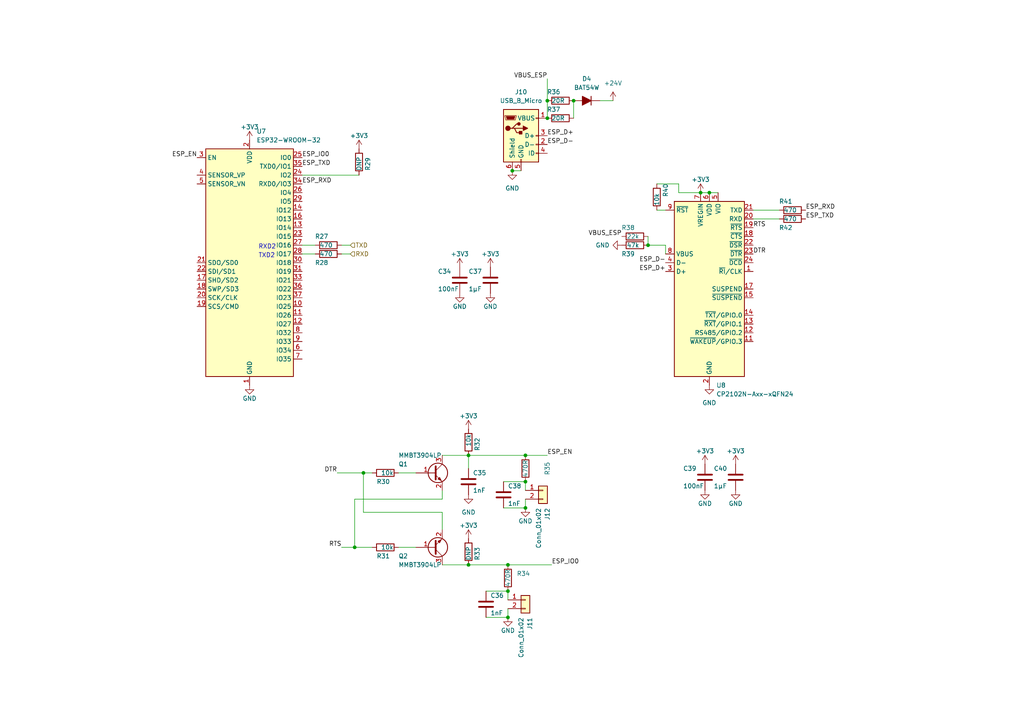
<source format=kicad_sch>
(kicad_sch (version 20211123) (generator eeschema)
  (paper "A4")
  (lib_symbols
    (symbol "Connector:USB_B_Micro" (pin_names (offset 1.016))
      (property "Reference" "J" (at -5.08 11.43 0))
      (property "Value" "USB_B_Micro" (at -5.08 8.89 0))
      (symbol "USB_B_Micro_0_1"
        (rectangle (start -5.08 -7.62) (end 5.08 7.62) (stroke (width 0.254)) (fill (type background)))
        (circle (center -3.81 2.159) (radius 0.635) (stroke (width 0.254)) (fill (type outline)))
        (circle (center -0.635 3.429) (radius 0.381) (stroke (width 0.254)) (fill (type outline)))
        (rectangle (start -0.127 -7.62) (end 0.127 -6.858))
        (polyline (pts (xy -1.905 2.159) (xy 0.635 2.159)) (stroke (width 0.254)))
        (polyline (pts (xy -3.175 2.159) (xy -2.54 2.159) (xy -1.27 3.429) (xy -0.635 3.429)) (stroke (width 0.254)))
        (polyline (pts (xy -2.54 2.159) (xy -1.905 2.159) (xy -1.27 0.889) (xy 0 0.889)) (stroke (width 0.254)))
        (polyline (pts (xy 0.635 2.794) (xy 0.635 1.524) (xy 1.905 2.159) (xy 0.635 2.794)) (stroke (width 0.254)) (fill (type outline)))
        (polyline (pts (xy -4.318 5.588) (xy -1.778 5.588) (xy -2.032 4.826) (xy -4.064 4.826) (xy -4.318 5.588)) (fill (type outline)))
        (polyline (pts (xy -4.699 5.842) (xy -4.699 5.588) (xy -4.445 4.826) (xy -4.445 4.572) (xy -1.651 4.572) (xy -1.651 4.826) (xy -1.397 5.588) (xy -1.397 5.842) (xy -4.699 5.842)))
        (rectangle (start 0.254 1.27) (end -0.508 0.508) (stroke (width 0.254)) (fill (type outline)))
        (rectangle (start 5.08 -5.207) (end 4.318 -4.953))
        (rectangle (start 5.08 -2.667) (end 4.318 -2.413))
        (rectangle (start 5.08 -0.127) (end 4.318 0.127))
        (rectangle (start 5.08 4.953) (end 4.318 5.207))
      )
      (symbol "USB_B_Micro_1_1"
        (pin power_out line (at 7.62 5.08 180) (length 2.54) (name "VBUS") (number "1"))
        (pin bidirectional line (at 7.62 -2.54 180) (length 2.54) (name "D-") (number "2"))
        (pin bidirectional line (at 7.62 0 180) (length 2.54) (name "D+") (number "3"))
        (pin passive line (at 7.62 -5.08 180) (length 2.54) (name "ID") (number "4"))
        (pin power_out line (at 0 -10.16 90) (length 2.54) (name "GND") (number "5"))
        (pin passive line (at -2.54 -10.16 90) (length 2.54) (name "Shield") (number "6"))
      )
    )
    (symbol "Connector_Generic:Conn_01x02" (pin_names (offset 1.016) hide)
      (property "Reference" "J" (at 0 2.54 0))
      (property "Value" "Conn_01x02" (at 0 -5.08 0))
      (symbol "Conn_01x02_1_1"
        (rectangle (start -1.27 -2.413) (end 0 -2.667) (stroke (width 0.1524)))
        (rectangle (start -1.27 0.127) (end 0 -0.127) (stroke (width 0.1524)))
        (rectangle (start -1.27 1.27) (end 1.27 -3.81) (stroke (width 0.254)) (fill (type background)))
        (pin passive line (at -5.08 0 0) (length 3.81) (name "Pin_1") (number "1"))
        (pin passive line (at -5.08 -2.54 0) (length 3.81) (name "Pin_2") (number "2"))
      )
    )
    (symbol "Device:C" (pin_numbers hide) (pin_names (offset 0.254))
      (property "Reference" "C" (at 0.635 2.54 0))
      (property "Value" "C" (at 0.635 -2.54 0))
      (symbol "C_0_1"
        (polyline (pts (xy -2.032 -0.762) (xy 2.032 -0.762)) (stroke (width 0.508)))
        (polyline (pts (xy -2.032 0.762) (xy 2.032 0.762)) (stroke (width 0.508)))
      )
      (symbol "C_1_1"
        (pin passive line (at 0 3.81 270) (length 2.794) (name "~") (number "1"))
        (pin passive line (at 0 -3.81 90) (length 2.794) (name "~") (number "2"))
      )
    )
    (symbol "Device:D_Filled" (pin_numbers hide) (pin_names (offset 1.016) hide)
      (property "Reference" "D" (at 0 2.54 0))
      (property "Value" "D_Filled" (at 0 -2.54 0))
      (symbol "D_Filled_0_1"
        (polyline (pts (xy -1.27 1.27) (xy -1.27 -1.27)) (stroke (width 0.254)))
        (polyline (pts (xy 1.27 0) (xy -1.27 0)))
        (polyline (pts (xy 1.27 1.27) (xy 1.27 -1.27) (xy -1.27 0) (xy 1.27 1.27)) (stroke (width 0.254)) (fill (type outline)))
      )
      (symbol "D_Filled_1_1"
        (pin passive line (at -3.81 0 0) (length 2.54) (name "K") (number "1"))
        (pin passive line (at 3.81 0 180) (length 2.54) (name "A") (number "2"))
      )
    )
    (symbol "Device:Q_NPN_BEC" (pin_names (offset 0) hide)
      (property "Reference" "Q" (at 5.08 1.27 0))
      (property "Value" "Q_NPN_BEC" (at 5.08 -1.27 0))
      (symbol "Q_NPN_BEC_0_1"
        (polyline (pts (xy 0.635 0.635) (xy 2.54 2.54)))
        (polyline (pts (xy 0.635 -0.635) (xy 2.54 -2.54) (xy 2.54 -2.54)))
        (polyline (pts (xy 0.635 1.905) (xy 0.635 -1.905) (xy 0.635 -1.905)) (stroke (width 0.508)))
        (polyline (pts (xy 1.27 -1.778) (xy 1.778 -1.27) (xy 2.286 -2.286) (xy 1.27 -1.778) (xy 1.27 -1.778)) (fill (type outline)))
        (circle (center 1.27 0) (radius 2.8194) (stroke (width 0.254)))
      )
      (symbol "Q_NPN_BEC_1_1"
        (pin input line (at -5.08 0 0) (length 5.715) (name "B") (number "1"))
        (pin passive line (at 2.54 -5.08 90) (length 2.54) (name "E") (number "2"))
        (pin passive line (at 2.54 5.08 270) (length 2.54) (name "C") (number "3"))
      )
    )
    (symbol "Device:R" (pin_numbers hide) (pin_names (offset 0))
      (property "Reference" "R" (at 2.032 0 90))
      (property "Value" "R" (at 0 0 90))
      (symbol "R_0_1"
        (rectangle (start -1.016 -2.54) (end 1.016 2.54) (stroke (width 0.254)))
      )
      (symbol "R_1_1"
        (pin passive line (at 0 3.81 270) (length 1.27) (name "~") (number "1"))
        (pin passive line (at 0 -3.81 90) (length 1.27) (name "~") (number "2"))
      )
    )
    (symbol "Interface_USB:CP2102N-Axx-xQFN24"
      (property "Reference" "U" (at -8.89 26.67 0))
      (property "Value" "CP2102N-Axx-xQFN24" (at 13.97 26.67 0))
      (symbol "CP2102N-Axx-xQFN24_0_1"
        (rectangle (start -10.16 25.4) (end 10.16 -25.4) (stroke (width 0.254)) (fill (type background)))
      )
      (symbol "CP2102N-Axx-xQFN24_1_1"
        (pin bidirectional line (at 12.7 5.08 180) (length 2.54) (name "~{RI}/CLK") (number "1"))
        (pin no_connect line (at -10.16 -22.86 0) (length 2.54) hide (name "NC") (number "10"))
        (pin bidirectional line (at 12.7 -15.24 180) (length 2.54) (name "~{WAKEUP}/GPIO.3") (number "11"))
        (pin bidirectional line (at 12.7 -12.7 180) (length 2.54) (name "RS485/GPIO.2") (number "12"))
        (pin bidirectional line (at 12.7 -10.16 180) (length 2.54) (name "~{RXT}/GPIO.1") (number "13"))
        (pin bidirectional line (at 12.7 -7.62 180) (length 2.54) (name "~{TXT}/GPIO.0") (number "14"))
        (pin output line (at 12.7 -2.54 180) (length 2.54) (name "~{SUSPEND}") (number "15"))
        (pin no_connect line (at 10.16 -22.86 180) (length 2.54) hide (name "NC") (number "16"))
        (pin output line (at 12.7 0 180) (length 2.54) (name "SUSPEND") (number "17"))
        (pin input line (at 12.7 15.24 180) (length 2.54) (name "~{CTS}") (number "18"))
        (pin output line (at 12.7 17.78 180) (length 2.54) (name "~{RTS}") (number "19"))
        (pin power_in line (at 0 -27.94 90) (length 2.54) (name "GND") (number "2"))
        (pin input line (at 12.7 20.32 180) (length 2.54) (name "RXD") (number "20"))
        (pin output line (at 12.7 22.86 180) (length 2.54) (name "TXD") (number "21"))
        (pin input line (at 12.7 12.7 180) (length 2.54) (name "~{DSR}") (number "22"))
        (pin output line (at 12.7 10.16 180) (length 2.54) (name "~{DTR}") (number "23"))
        (pin input line (at 12.7 7.62 180) (length 2.54) (name "~{DCD}") (number "24"))
        (pin passive line (at 0 -27.94 90) (length 2.54) hide (name "GND") (number "25"))
        (pin bidirectional line (at -12.7 5.08 0) (length 2.54) (name "D+") (number "3"))
        (pin bidirectional line (at -12.7 7.62 0) (length 2.54) (name "D-") (number "4"))
        (pin power_in line (at 2.54 27.94 270) (length 2.54) (name "VIO") (number "5"))
        (pin power_in line (at 0 27.94 270) (length 2.54) (name "VDD") (number "6"))
        (pin power_in line (at -2.54 27.94 270) (length 2.54) (name "VREGIN") (number "7"))
        (pin input line (at -12.7 10.16 0) (length 2.54) (name "VBUS") (number "8"))
        (pin input line (at -12.7 22.86 0) (length 2.54) (name "~{RST}") (number "9"))
      )
    )
    (symbol "RF_Module:ESP32-WROOM-32"
      (property "Reference" "U" (at -12.7 34.29 0))
      (property "Value" "ESP32-WROOM-32" (at 1.27 34.29 0))
      (symbol "ESP32-WROOM-32_0_1"
        (rectangle (start -12.7 33.02) (end 12.7 -33.02) (stroke (width 0.254)) (fill (type background)))
      )
      (symbol "ESP32-WROOM-32_1_1"
        (pin power_in line (at 0 -35.56 90) (length 2.54) (name "GND") (number "1"))
        (pin bidirectional line (at 15.24 -12.7 180) (length 2.54) (name "IO25") (number "10"))
        (pin bidirectional line (at 15.24 -15.24 180) (length 2.54) (name "IO26") (number "11"))
        (pin bidirectional line (at 15.24 -17.78 180) (length 2.54) (name "IO27") (number "12"))
        (pin bidirectional line (at 15.24 10.16 180) (length 2.54) (name "IO14") (number "13"))
        (pin bidirectional line (at 15.24 15.24 180) (length 2.54) (name "IO12") (number "14"))
        (pin passive line (at 0 -35.56 90) (length 2.54) hide (name "GND") (number "15"))
        (pin bidirectional line (at 15.24 12.7 180) (length 2.54) (name "IO13") (number "16"))
        (pin bidirectional line (at -15.24 -5.08 0) (length 2.54) (name "SHD/SD2") (number "17"))
        (pin bidirectional line (at -15.24 -7.62 0) (length 2.54) (name "SWP/SD3") (number "18"))
        (pin bidirectional line (at -15.24 -12.7 0) (length 2.54) (name "SCS/CMD") (number "19"))
        (pin power_in line (at 0 35.56 270) (length 2.54) (name "VDD") (number "2"))
        (pin bidirectional line (at -15.24 -10.16 0) (length 2.54) (name "SCK/CLK") (number "20"))
        (pin bidirectional line (at -15.24 0 0) (length 2.54) (name "SDO/SD0") (number "21"))
        (pin bidirectional line (at -15.24 -2.54 0) (length 2.54) (name "SDI/SD1") (number "22"))
        (pin bidirectional line (at 15.24 7.62 180) (length 2.54) (name "IO15") (number "23"))
        (pin bidirectional line (at 15.24 25.4 180) (length 2.54) (name "IO2") (number "24"))
        (pin bidirectional line (at 15.24 30.48 180) (length 2.54) (name "IO0") (number "25"))
        (pin bidirectional line (at 15.24 20.32 180) (length 2.54) (name "IO4") (number "26"))
        (pin bidirectional line (at 15.24 5.08 180) (length 2.54) (name "IO16") (number "27"))
        (pin bidirectional line (at 15.24 2.54 180) (length 2.54) (name "IO17") (number "28"))
        (pin bidirectional line (at 15.24 17.78 180) (length 2.54) (name "IO5") (number "29"))
        (pin input line (at -15.24 30.48 0) (length 2.54) (name "EN") (number "3"))
        (pin bidirectional line (at 15.24 0 180) (length 2.54) (name "IO18") (number "30"))
        (pin bidirectional line (at 15.24 -2.54 180) (length 2.54) (name "IO19") (number "31"))
        (pin no_connect line (at -12.7 -27.94 0) (length 2.54) hide (name "NC") (number "32"))
        (pin bidirectional line (at 15.24 -5.08 180) (length 2.54) (name "IO21") (number "33"))
        (pin bidirectional line (at 15.24 22.86 180) (length 2.54) (name "RXD0/IO3") (number "34"))
        (pin bidirectional line (at 15.24 27.94 180) (length 2.54) (name "TXD0/IO1") (number "35"))
        (pin bidirectional line (at 15.24 -7.62 180) (length 2.54) (name "IO22") (number "36"))
        (pin bidirectional line (at 15.24 -10.16 180) (length 2.54) (name "IO23") (number "37"))
        (pin passive line (at 0 -35.56 90) (length 2.54) hide (name "GND") (number "38"))
        (pin passive line (at 0 -35.56 90) (length 2.54) hide (name "GND") (number "39"))
        (pin input line (at -15.24 25.4 0) (length 2.54) (name "SENSOR_VP") (number "4"))
        (pin input line (at -15.24 22.86 0) (length 2.54) (name "SENSOR_VN") (number "5"))
        (pin input line (at 15.24 -25.4 180) (length 2.54) (name "IO34") (number "6"))
        (pin input line (at 15.24 -27.94 180) (length 2.54) (name "IO35") (number "7"))
        (pin bidirectional line (at 15.24 -20.32 180) (length 2.54) (name "IO32") (number "8"))
        (pin bidirectional line (at 15.24 -22.86 180) (length 2.54) (name "IO33") (number "9"))
      )
    )
    (symbol "power:+24V" (power) (pin_names (offset 0))
      (property "Value" "+24V" (at 0 3.556 0))
      (symbol "+24V_0_1"
        (polyline (pts (xy -0.762 1.27) (xy 0 2.54)))
        (polyline (pts (xy 0 0) (xy 0 2.54)))
        (polyline (pts (xy 0 2.54) (xy 0.762 1.27)))
      )
      (symbol "+24V_1_1"
        (pin power_in line (at 0 0 90) (length 0) hide (name "+24V") (number "1"))
      )
    )
    (symbol "power:+3V3" (power) (pin_names (offset 0))
      (property "Value" "+3V3" (at 0 3.556 0))
      (symbol "+3V3_0_1"
        (polyline (pts (xy -0.762 1.27) (xy 0 2.54)))
        (polyline (pts (xy 0 0) (xy 0 2.54)))
        (polyline (pts (xy 0 2.54) (xy 0.762 1.27)))
      )
      (symbol "+3V3_1_1"
        (pin power_in line (at 0 0 90) (length 0) hide (name "+3V3") (number "1"))
      )
    )
    (symbol "power:GND" (power) (pin_names (offset 0))
      (property "Value" "GND" (at 0 -3.81 0))
      (symbol "GND_0_1"
        (polyline (pts (xy 0 0) (xy 0 -1.27) (xy 1.27 -1.27) (xy 0 -2.54) (xy -1.27 -1.27) (xy 0 -1.27)))
      )
      (symbol "GND_1_1"
        (pin power_in line (at 0 0 270) (length 0) hide (name "GND") (number "1"))
      )
    )
  )
  (junction (at 203.2 55.88))
  (junction (at 147.32 171.45))
  (junction (at 166.37 29.21))
  (junction (at 152.4 132.08))
  (junction (at 152.4 139.7))
  (junction (at 147.32 163.83))
  (junction (at 135.89 163.83))
  (junction (at 105.41 137.16))
  (junction (at 152.4 147.32))
  (junction (at 205.74 55.88))
  (junction (at 102.87 158.75))
  (junction (at 158.75 29.21))
  (junction (at 147.32 179.07))
  (junction (at 148.59 49.53))
  (junction (at 187.96 71.12))
  (junction (at 158.75 34.29))
  (junction (at 135.89 132.08))
  (wire (pts (xy 158.75 34.29) (xy 158.75 29.21)))
  (wire (pts (xy 147.32 163.83) (xy 160.02 163.83)))
  (wire (pts (xy 135.89 132.08) (xy 152.4 132.08)))
  (wire (pts (xy 128.27 163.83) (xy 135.89 163.83)))
  (wire (pts (xy 102.87 144.78) (xy 102.87 158.75)))
  (wire (pts (xy 115.57 158.75) (xy 120.65 158.75)))
  (wire (pts (xy 158.75 22.86) (xy 158.75 29.21)))
  (wire (pts (xy 99.06 158.75) (xy 102.87 158.75)))
  (wire (pts (xy 196.85 55.88) (xy 203.2 55.88)))
  (wire (pts (xy 105.41 148.59) (xy 105.41 137.16)))
  (wire (pts (xy 135.89 132.08) (xy 135.89 135.89)))
  (wire (pts (xy 87.63 71.12) (xy 91.44 71.12)))
  (wire (pts (xy 97.79 137.16) (xy 105.41 137.16)))
  (wire (pts (xy 190.5 53.34) (xy 196.85 53.34)))
  (wire (pts (xy 146.05 139.7) (xy 152.4 139.7)))
  (wire (pts (xy 203.2 55.88) (xy 205.74 55.88)))
  (wire (pts (xy 193.04 73.66) (xy 193.04 71.12)))
  (wire (pts (xy 115.57 137.16) (xy 120.65 137.16)))
  (wire (pts (xy 128.27 148.59) (xy 105.41 148.59)))
  (wire (pts (xy 128.27 142.24) (xy 128.27 144.78)))
  (wire (pts (xy 101.6 71.12) (xy 99.06 71.12)))
  (wire (pts (xy 128.27 153.67) (xy 128.27 148.59)))
  (wire (pts (xy 102.87 158.75) (xy 107.95 158.75)))
  (wire (pts (xy 205.74 55.88) (xy 208.28 55.88)))
  (wire (pts (xy 173.99 29.21) (xy 177.8 29.21)))
  (wire (pts (xy 101.6 73.66) (xy 99.06 73.66)))
  (wire (pts (xy 128.27 144.78) (xy 102.87 144.78)))
  (wire (pts (xy 218.44 60.96) (xy 226.06 60.96)))
  (wire (pts (xy 187.96 68.58) (xy 187.96 71.12)))
  (wire (pts (xy 152.4 139.7) (xy 152.4 142.24)))
  (wire (pts (xy 193.04 71.12) (xy 187.96 71.12)))
  (wire (pts (xy 166.37 29.21) (xy 166.37 34.29)))
  (wire (pts (xy 128.27 132.08) (xy 135.89 132.08)))
  (wire (pts (xy 152.4 144.78) (xy 152.4 147.32)))
  (wire (pts (xy 218.44 63.5) (xy 226.06 63.5)))
  (wire (pts (xy 146.05 147.32) (xy 152.4 147.32)))
  (wire (pts (xy 147.32 176.53) (xy 147.32 179.07)))
  (wire (pts (xy 87.63 73.66) (xy 91.44 73.66)))
  (wire (pts (xy 190.5 60.96) (xy 193.04 60.96)))
  (wire (pts (xy 148.59 49.53) (xy 151.13 49.53)))
  (wire (pts (xy 87.63 50.8) (xy 104.14 50.8)))
  (wire (pts (xy 147.32 171.45) (xy 147.32 173.99)))
  (wire (pts (xy 152.4 132.08) (xy 158.75 132.08)))
  (wire (pts (xy 140.97 171.45) (xy 147.32 171.45)))
  (wire (pts (xy 140.97 179.07) (xy 147.32 179.07)))
  (wire (pts (xy 196.85 53.34) (xy 196.85 55.88)))
  (wire (pts (xy 135.89 163.83) (xy 147.32 163.83)))
  (wire (pts (xy 105.41 137.16) (xy 107.95 137.16)))
  (text "TXD2" (at 74.93 74.93 0) (effects (font (size 1.27 1.27)) (justify left bottom)))
  (text "RXD2" (at 74.93 72.39 0) (effects (font (size 1.27 1.27)) (justify left bottom)))
  (label "DTR" (at 97.79 137.16 180))
  (label "VBUS_ESP" (at 180.34 68.58 180))
  (label "ESP_D+" (at 158.75 39.37 0))
  (label "ESP_D-" (at 193.04 76.2 180))
  (label "ESP_IO0" (at 160.02 163.83 0))
  (label "ESP_TXD" (at 233.68 63.5 0))
  (label "DTR" (at 218.44 73.66 0))
  (label "ESP_RXD" (at 233.68 60.96 0))
  (label "ESP_EN" (at 57.15 45.72 180))
  (label "ESP_TXD" (at 87.63 48.26 0))
  (label "ESP_D+" (at 193.04 78.74 180))
  (label "RTS" (at 218.44 66.04 0))
  (label "ESP_D-" (at 158.75 41.91 0))
  (label "ESP_IO0" (at 87.63 45.72 0))
  (label "ESP_RXD" (at 87.63 53.34 0))
  (label "RTS" (at 99.06 158.75 180))
  (label "ESP_EN" (at 158.75 132.08 0))
  (label "VBUS_ESP" (at 158.75 22.86 180))
  (hierarchical_label "RXD" (shape input) (at 101.6 73.66 0))
  (hierarchical_label "TXD" (shape input) (at 101.6 71.12 0))
  (symbol (lib_id "power:GND") (at 142.24 85.09 0) (unit 1)
    (property "Reference" "#PWR0102" (effects hide))
    (property "Value" "GND" (at 142.24 88.9 0))
  )
  (symbol (lib_id "Device:C") (at 135.89 139.7 0) (unit 1)
    (property "Reference" "C35" (at 137.16 137.16 0) (effects (justify left)))
    (property "Value" "1nF" (at 137.16 142.24 0) (effects (justify left)))
    (property "Footprint" "Capacitor_SMD:C_0603_1608Metric" (effects hide))
  )
  (symbol (lib_id "power:GND") (at 133.35 85.09 0) (unit 1)
    (property "Reference" "#PWR097" (effects hide))
    (property "Value" "GND" (at 133.35 88.9 0))
  )
  (symbol (lib_id "Device:Q_NPN_BEC") (at 125.73 158.75 0) (mirror x) (unit 1)
    (property "Reference" "Q2" (at 115.57 161.29 0) (effects (justify left)))
    (property "Value" "MMBT3904LP" (at 115.57 163.83 0) (effects (justify left)))
    (property "Footprint" "Package_DFN_QFN:Diodes_DFN1006-3" (effects hide))
  )
  (symbol (lib_id "power:+3V3") (at 142.24 77.47 0) (unit 1)
    (property "Reference" "#PWR0101" (effects hide))
    (property "Value" "+3V3" (at 142.24 73.66 0))
  )
  (symbol (lib_id "Device:R") (at 229.87 60.96 270) (unit 1)
    (property "Reference" "R41" (at 229.87 58.42 90) (effects (justify right)))
    (property "Value" "470" (at 231.14 60.96 90) (effects (justify right)))
    (property "Footprint" "Resistor_SMD:R_0603_1608Metric" (effects hide))
  )
  (symbol (lib_id "power:GND") (at 147.32 179.07 0) (unit 1)
    (property "Reference" "#PWR0103" (effects hide))
    (property "Value" "GND" (at 147.32 182.88 0))
  )
  (symbol (lib_id "Connector:USB_B_Micro") (at 151.13 39.37 0) (unit 1)
    (property "Reference" "J10" (at 151.13 26.67 0))
    (property "Value" "USB_B_Micro" (at 151.13 29.21 0))
    (property "Footprint" "Connector_USB:USB_Micro-B_GCT_USB3076-30-A" (effects hide))
    (property "HTN" "USB3076-30, USB3075-30" (effects hide))
  )
  (symbol (lib_id "power:GND") (at 152.4 147.32 0) (unit 1)
    (property "Reference" "#PWR0105" (effects hide))
    (property "Value" "GND" (at 152.4 151.13 0))
  )
  (symbol (lib_id "power:GND") (at 72.39 111.76 0) (unit 1)
    (property "Reference" "#PWR094" (effects hide))
    (property "Value" "GND" (at 72.39 115.57 0))
  )
  (symbol (lib_id "power:GND") (at 148.59 49.53 0) (unit 1)
    (property "Reference" "#PWR0104" (effects hide))
    (property "Value" "GND" (at 148.59 54.61 0))
  )
  (symbol (lib_id "Device:R") (at 135.89 128.27 180) (unit 1)
    (property "Reference" "R32" (at 138.43 130.81 90) (effects (justify right)))
    (property "Value" "10k" (at 135.89 129.54 90) (effects (justify right)))
    (property "Footprint" "Resistor_SMD:R_0603_1608Metric" (effects hide))
  )
  (symbol (lib_id "power:+3V3") (at 213.36 134.62 0) (unit 1)
    (property "Reference" "#PWR0112" (effects hide))
    (property "Value" "+3V3" (at 213.36 130.81 0))
  )
  (symbol (lib_id "power:+3V3") (at 135.89 124.46 0) (unit 1)
    (property "Reference" "#PWR098" (effects hide))
    (property "Value" "+3V3" (at 135.89 120.65 0))
  )
  (symbol (lib_id "Device:R") (at 135.89 160.02 180) (unit 1)
    (property "Reference" "R33" (at 138.43 162.56 90) (effects (justify right)))
    (property "Value" "DNP" (at 135.89 162.56 90) (effects (justify right)))
    (property "Footprint" "Resistor_SMD:R_0603_1608Metric" (effects hide))
  )
  (symbol (lib_id "Device:R") (at 184.15 68.58 270) (unit 1)
    (property "Reference" "R38" (at 184.15 66.04 90) (effects (justify right)))
    (property "Value" "22k" (at 185.42 68.58 90) (effects (justify right)))
    (property "Footprint" "Resistor_SMD:R_0603_1608Metric" (effects hide))
  )
  (symbol (lib_id "power:+24V") (at 177.8 29.21 0) (unit 1)
    (property "Reference" "#PWR0106" (effects hide))
    (property "Value" "+24V" (at 177.8 24.13 0))
  )
  (symbol (lib_id "Device:R") (at 95.25 73.66 270) (unit 1)
    (property "Reference" "R28" (at 95.25 76.2 90) (effects (justify right)))
    (property "Value" "470" (at 96.52 73.66 90) (effects (justify right)))
    (property "Footprint" "Resistor_SMD:R_0603_1608Metric" (effects hide))
  )
  (symbol (lib_id "Device:R") (at 147.32 167.64 0) (unit 1)
    (property "Reference" "R34" (at 149.86 166.3699 0) (effects (justify left)))
    (property "Value" "470R" (at 147.32 170.18 90) (effects (justify left)))
    (property "Footprint" "Resistor_SMD:R_0603_1608Metric" (effects hide))
  )
  (symbol (lib_id "Connector_Generic:Conn_01x02") (at 152.4 173.99 0) (unit 1)
    (property "Reference" "J11" (at 153.6701 179.07 90) (effects (justify right)))
    (property "Value" "Conn_01x02" (at 151.1301 179.07 90) (effects (justify right)))
    (property "Footprint" "Connector_PinSocket_2.54mm:PinSocket_1x02_P2.54mm_Vertical" (effects hide))
  )
  (symbol (lib_id "Device:C") (at 142.24 81.28 0) (unit 1)
    (property "Reference" "C37" (at 135.89 78.74 0) (effects (justify left)))
    (property "Value" "1µF" (at 135.89 83.82 0) (effects (justify left)))
    (property "Footprint" "Capacitor_SMD:C_0603_1608Metric" (effects hide))
  )
  (symbol (lib_id "Device:D_Filled") (at 170.18 29.21 180) (unit 1)
    (property "Reference" "D4" (at 170.18 22.86 0))
    (property "Value" "BAT54W" (at 170.18 25.4 0))
    (property "Footprint" "Diode_SMD:D_SOD-323" (effects hide))
  )
  (symbol (lib_id "Device:R") (at 152.4 135.89 0) (unit 1)
    (property "Reference" "R35" (at 158.75 135.89 90))
    (property "Value" "470R" (at 152.4 135.89 90))
    (property "Footprint" "Resistor_SMD:R_0603_1608Metric" (effects hide))
  )
  (symbol (lib_id "Device:Q_NPN_BEC") (at 125.73 137.16 0) (unit 1)
    (property "Reference" "Q1" (at 115.57 134.62 0) (effects (justify left)))
    (property "Value" "MMBT3904LP" (at 115.57 132.08 0) (effects (justify left)))
    (property "Footprint" "Package_DFN_QFN:Diodes_DFN1006-3" (effects hide))
  )
  (symbol (lib_id "Device:R") (at 162.56 34.29 270) (unit 1)
    (property "Reference" "R37" (at 162.56 31.75 90) (effects (justify right)))
    (property "Value" "20R" (at 163.83 34.29 90) (effects (justify right)))
    (property "Footprint" "Resistor_SMD:R_0603_1608Metric" (effects hide))
  )
  (symbol (lib_id "Interface_USB:CP2102N-Axx-xQFN24") (at 205.74 83.82 0) (unit 1)
    (property "Reference" "U8" (at 207.7594 111.76 0) (effects (justify left)))
    (property "Value" "CP2102N-Axx-xQFN24" (at 207.7594 114.3 0) (effects (justify left)))
    (property "Footprint" "Package_DFN_QFN:QFN-24-1EP_4x4mm_P0.5mm_EP2.6x2.6mm" (effects hide))
    (property "Datasheet" "https://www.silabs.com/documents/public/data-sheets/cp2102n-datasheet.pdf" (effects hide))
  )
  (symbol (lib_id "power:GND") (at 180.34 71.12 270) (unit 1)
    (property "Reference" "#PWR0107" (effects hide))
    (property "Value" "GND" (at 172.72 71.12 90) (effects (justify left)))
  )
  (symbol (lib_id "power:+3V3") (at 104.14 43.18 0) (unit 1)
    (property "Reference" "#PWR095" (effects hide))
    (property "Value" "+3V3" (at 104.14 39.37 0))
  )
  (symbol (lib_id "Connector_Generic:Conn_01x02") (at 157.48 142.24 0) (unit 1)
    (property "Reference" "J12" (at 158.7501 147.32 90) (effects (justify right)))
    (property "Value" "Conn_01x02" (at 156.2101 147.32 90) (effects (justify right)))
    (property "Footprint" "Connector_PinSocket_2.54mm:PinSocket_1x02_P2.54mm_Vertical" (effects hide))
  )
  (symbol (lib_id "Device:R") (at 190.5 57.15 180) (unit 1)
    (property "Reference" "R40" (at 193.04 57.15 90) (effects (justify right)))
    (property "Value" "10k" (at 190.5 59.69 90) (effects (justify right)))
    (property "Footprint" "Resistor_SMD:R_0603_1608Metric" (effects hide))
  )
  (symbol (lib_id "power:GND") (at 135.89 143.51 0) (unit 1)
    (property "Reference" "#PWR099" (effects hide))
    (property "Value" "GND" (at 135.89 148.59 0))
  )
  (symbol (lib_id "Device:R") (at 104.14 46.99 180) (unit 1)
    (property "Reference" "R29" (at 106.68 49.53 90) (effects (justify right)))
    (property "Value" "DNP" (at 104.14 49.53 90) (effects (justify right)))
    (property "Footprint" "Resistor_SMD:R_0603_1608Metric" (effects hide))
  )
  (symbol (lib_id "power:+3V3") (at 133.35 77.47 0) (unit 1)
    (property "Reference" "#PWR096" (effects hide))
    (property "Value" "+3V3" (at 133.35 73.66 0))
  )
  (symbol (lib_id "power:GND") (at 205.74 111.76 0) (unit 1)
    (property "Reference" "#PWR0111" (effects hide))
    (property "Value" "GND" (at 205.74 116.84 0))
  )
  (symbol (lib_id "power:+3V3") (at 135.89 156.21 0) (unit 1)
    (property "Reference" "#PWR0100" (effects hide))
    (property "Value" "+3V3" (at 135.89 152.4 0))
  )
  (symbol (lib_id "Device:C") (at 140.97 175.26 0) (unit 1)
    (property "Reference" "C36" (at 142.24 172.72 0) (effects (justify left)))
    (property "Value" "1nF" (at 142.24 177.8 0) (effects (justify left)))
    (property "Footprint" "Capacitor_SMD:C_0603_1608Metric" (effects hide))
  )
  (symbol (lib_id "Device:C") (at 133.35 81.28 0) (unit 1)
    (property "Reference" "C34" (at 127 78.74 0) (effects (justify left)))
    (property "Value" "100nF" (at 127 83.82 0) (effects (justify left)))
    (property "Footprint" "Capacitor_SMD:C_0603_1608Metric" (effects hide))
  )
  (symbol (lib_id "power:+3V3") (at 72.39 40.64 0) (unit 1)
    (property "Reference" "#PWR093" (effects hide))
    (property "Value" "+3V3" (at 72.39 36.83 0))
  )
  (symbol (lib_id "Device:R") (at 95.25 71.12 270) (unit 1)
    (property "Reference" "R27" (at 95.25 68.58 90) (effects (justify right)))
    (property "Value" "470" (at 96.52 71.12 90) (effects (justify right)))
    (property "Footprint" "Resistor_SMD:R_0603_1608Metric" (effects hide))
  )
  (symbol (lib_id "Device:R") (at 229.87 63.5 270) (unit 1)
    (property "Reference" "R42" (at 229.87 66.04 90) (effects (justify right)))
    (property "Value" "470" (at 231.14 63.5 90) (effects (justify right)))
    (property "Footprint" "Resistor_SMD:R_0603_1608Metric" (effects hide))
  )
  (symbol (lib_id "Device:C") (at 213.36 138.43 0) (unit 1)
    (property "Reference" "C40" (at 207.01 135.89 0) (effects (justify left)))
    (property "Value" "1µF" (at 207.01 140.97 0) (effects (justify left)))
    (property "Footprint" "Capacitor_SMD:C_0603_1608Metric" (effects hide))
  )
  (symbol (lib_id "Device:R") (at 184.15 71.12 270) (unit 1)
    (property "Reference" "R39" (at 184.15 73.66 90) (effects (justify right)))
    (property "Value" "47k" (at 185.42 71.12 90) (effects (justify right)))
    (property "Footprint" "Resistor_SMD:R_0603_1608Metric" (effects hide))
  )
  (symbol (lib_id "Device:R") (at 162.56 29.21 270) (unit 1)
    (property "Reference" "R36" (at 162.56 26.67 90) (effects (justify right)))
    (property "Value" "20R" (at 163.83 29.21 90) (effects (justify right)))
    (property "Footprint" "Resistor_SMD:R_0603_1608Metric" (effects hide))
  )
  (symbol (lib_id "Device:R") (at 111.76 137.16 90) (unit 1)
    (property "Reference" "R30" (at 109.22 139.7 90) (effects (justify right)))
    (property "Value" "10k" (at 110.49 137.16 90) (effects (justify right)))
    (property "Footprint" "Resistor_SMD:R_0603_1608Metric" (effects hide))
  )
  (symbol (lib_id "Device:R") (at 111.76 158.75 90) (unit 1)
    (property "Reference" "R31" (at 109.22 161.29 90) (effects (justify right)))
    (property "Value" "10k" (at 110.49 158.75 90) (effects (justify right)))
    (property "Footprint" "Resistor_SMD:R_0603_1608Metric" (effects hide))
  )
  (symbol (lib_id "power:GND") (at 213.36 142.24 0) (unit 1)
    (property "Reference" "#PWR0113" (effects hide))
    (property "Value" "GND" (at 213.36 146.05 0))
  )
  (symbol (lib_id "power:GND") (at 204.47 142.24 0) (unit 1)
    (property "Reference" "#PWR0110" (effects hide))
    (property "Value" "GND" (at 204.47 146.05 0))
  )
  (symbol (lib_id "RF_Module:ESP32-WROOM-32") (at 72.39 76.2 0) (unit 1)
    (property "Reference" "U7" (at 74.4094 38.1 0) (effects (justify left)))
    (property "Value" "ESP32-WROOM-32" (at 74.4094 40.64 0) (effects (justify left)))
    (property "Footprint" "RF_Module:ESP32-WROOM-32" (effects hide))
    (property "Datasheet" "https://www.espressif.com/sites/default/files/documentation/esp32-wroom-32_datasheet_en.pdf" (effects hide))
  )
  (symbol (lib_id "power:+3V3") (at 203.2 55.88 0) (unit 1)
    (property "Reference" "#PWR0108" (effects hide))
    (property "Value" "+3V3" (at 203.2 52.07 0))
  )
  (symbol (lib_id "power:+3V3") (at 204.47 134.62 0) (unit 1)
    (property "Reference" "#PWR0109" (effects hide))
    (property "Value" "+3V3" (at 204.47 130.81 0))
  )
  (symbol (lib_id "Device:C") (at 204.47 138.43 0) (unit 1)
    (property "Reference" "C39" (at 198.12 135.89 0) (effects (justify left)))
    (property "Value" "100nF" (at 198.12 140.97 0) (effects (justify left)))
    (property "Footprint" "Capacitor_SMD:C_0603_1608Metric" (effects hide))
  )
  (symbol (lib_id "Device:C") (at 146.05 143.51 0) (unit 1)
    (property "Reference" "C38" (at 147.32 140.97 0) (effects (justify left)))
    (property "Value" "1nF" (at 147.32 146.05 0) (effects (justify left)))
    (property "Footprint" "Capacitor_SMD:C_0603_1608Metric" (effects hide))
  )
)
</source>
